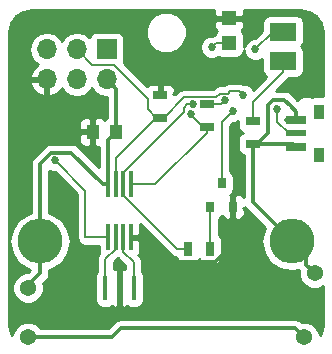
<source format=gtl>
G04 #@! TF.FileFunction,Copper,L1,Top,Signal*
%FSLAX46Y46*%
G04 Gerber Fmt 4.6, Leading zero omitted, Abs format (unit mm)*
G04 Created by KiCad (PCBNEW 4.0.7) date 08/05/18 15:32:24*
%MOMM*%
%LPD*%
G01*
G04 APERTURE LIST*
%ADD10C,0.100000*%
%ADD11R,1.300000X0.700000*%
%ADD12R,1.700000X1.700000*%
%ADD13O,1.700000X1.700000*%
%ADD14R,0.400000X2.100000*%
%ADD15O,3.810000X3.810000*%
%ADD16R,1.000000X1.250000*%
%ADD17R,1.198880X1.198880*%
%ADD18R,0.800000X0.900000*%
%ADD19R,0.700000X1.300000*%
%ADD20R,1.800000X0.650000*%
%ADD21R,1.800000X0.500000*%
%ADD22R,1.800000X0.660000*%
%ADD23R,0.900000X1.300000*%
%ADD24R,0.300000X2.200000*%
%ADD25R,2.209800X1.549400*%
%ADD26C,1.371600*%
%ADD27C,0.685800*%
%ADD28C,0.304800*%
%ADD29C,0.152400*%
%ADD30C,0.254000*%
G04 APERTURE END LIST*
D10*
D11*
X163449000Y-115250000D03*
X163449000Y-113350000D03*
D12*
X155003500Y-108712000D03*
D13*
X155003500Y-111252000D03*
X152463500Y-108712000D03*
X152463500Y-111252000D03*
X149923500Y-108712000D03*
X149923500Y-111252000D03*
D14*
X154883000Y-128905000D03*
X156083000Y-128905000D03*
X157283000Y-128905000D03*
D15*
X149352000Y-124968000D03*
X170688000Y-124968000D03*
D16*
X155813000Y-115697000D03*
X153813000Y-115697000D03*
D17*
X165354000Y-108173520D03*
X165354000Y-106075480D03*
D18*
X163769000Y-122031000D03*
X165669000Y-122031000D03*
X164719000Y-120031000D03*
D19*
X161864000Y-125603000D03*
X163764000Y-125603000D03*
D11*
X167386000Y-116710500D03*
X167386000Y-114810500D03*
X159512000Y-114488000D03*
X159512000Y-112588000D03*
D20*
X171058000Y-116999000D03*
D21*
X171058000Y-115824000D03*
D22*
X171058000Y-114649000D03*
D23*
X173008000Y-117674000D03*
X173008000Y-113974000D03*
D24*
X155108000Y-120114500D03*
X155108000Y-124614500D03*
X155758000Y-120114500D03*
X155758000Y-124614500D03*
X156408000Y-120114500D03*
X156408000Y-124614500D03*
X157058000Y-120114500D03*
X157058000Y-124614500D03*
D25*
X169926000Y-107226100D03*
X169926000Y-109689900D03*
D26*
X172593000Y-127635000D03*
X171704000Y-133096000D03*
X148336000Y-133096000D03*
X148336000Y-128905000D03*
D27*
X162303688Y-113342909D03*
X162119411Y-114160613D03*
X150622000Y-118110000D03*
X163893500Y-108521500D03*
X164973000Y-113030000D03*
X167576500Y-108712000D03*
X165671500Y-113919000D03*
X166560500Y-112585500D03*
X169418000Y-113792000D03*
D28*
X159766000Y-126746000D02*
X164169642Y-126746000D01*
X164169642Y-126746000D02*
X165669000Y-125246642D01*
X159577801Y-126557801D02*
X159766000Y-126746000D01*
X159456101Y-126557801D02*
X159577801Y-126557801D01*
X157058000Y-124614500D02*
X157512800Y-124614500D01*
X157512800Y-124614500D02*
X159456101Y-126557801D01*
X165669000Y-122785800D02*
X165669000Y-122031000D01*
X165669000Y-125246642D02*
X165669000Y-122785800D01*
X156083000Y-129938367D02*
X156083000Y-128905000D01*
X172593000Y-127635000D02*
X171907201Y-126949201D01*
X171907201Y-126949201D02*
X171907201Y-126187201D01*
X171907201Y-126187201D02*
X170688000Y-124968000D01*
X156210000Y-132334000D02*
X170942000Y-132334000D01*
X170942000Y-132334000D02*
X171704000Y-133096000D01*
X155448000Y-133096000D02*
X156210000Y-132334000D01*
X148336000Y-133096000D02*
X155448000Y-133096000D01*
X149352000Y-124968000D02*
X149352000Y-127662076D01*
X149352000Y-127662076D02*
X148336000Y-128678076D01*
X148336000Y-128678076D02*
X148336000Y-128905000D01*
X152000998Y-117462298D02*
X154653200Y-120114500D01*
X154653200Y-120114500D02*
X155108000Y-120114500D01*
X150311102Y-117462298D02*
X152000998Y-117462298D01*
X149352000Y-118421400D02*
X150311102Y-117462298D01*
X149352000Y-124968000D02*
X149352000Y-118421400D01*
X171058000Y-114014200D02*
X170581800Y-113538000D01*
X170581800Y-113538000D02*
X170035698Y-112991898D01*
X168617898Y-115778602D02*
X167686000Y-116710500D01*
X167686000Y-116710500D02*
X167386000Y-116710500D01*
X167386000Y-116710500D02*
X169354500Y-116710500D01*
X169354500Y-116710500D02*
X170769500Y-116710500D01*
X169033950Y-112991898D02*
X168617898Y-113407950D01*
X170035698Y-112991898D02*
X169033950Y-112991898D01*
X171058000Y-114649000D02*
X171058000Y-114014200D01*
X168617898Y-113407950D02*
X168617898Y-115778602D01*
X167386000Y-116710500D02*
X167386000Y-121666000D01*
X167386000Y-121666000D02*
X170688000Y-124968000D01*
X171058000Y-114649000D02*
X170211500Y-114649000D01*
X170769500Y-116710500D02*
X171058000Y-116999000D01*
X155813000Y-115697000D02*
X155813000Y-112061500D01*
X155813000Y-112061500D02*
X155003500Y-111252000D01*
X155108000Y-120114500D02*
X155108000Y-116402000D01*
X155108000Y-116402000D02*
X155813000Y-115697000D01*
D29*
X156408000Y-119164500D02*
X161531311Y-114041189D01*
X161531311Y-113630353D02*
X161818755Y-113342909D01*
X161531311Y-114041189D02*
X161531311Y-113630353D01*
X156408000Y-120114500D02*
X156408000Y-119164500D01*
X161818755Y-113342909D02*
X162303688Y-113342909D01*
X156408000Y-120114500D02*
X156408000Y-121064500D01*
X156408000Y-121064500D02*
X160946500Y-125603000D01*
X160946500Y-125603000D02*
X161361600Y-125603000D01*
X161361600Y-125603000D02*
X161864000Y-125603000D01*
X163149000Y-115250000D02*
X162119411Y-114220411D01*
X163449000Y-115250000D02*
X163149000Y-115250000D01*
X162119411Y-114220411D02*
X162119411Y-114160613D01*
X157058000Y-120114500D02*
X159086900Y-120114500D01*
X159086900Y-120114500D02*
X163449000Y-115752400D01*
X163449000Y-115752400D02*
X163449000Y-115250000D01*
X153190997Y-124614500D02*
X153190997Y-120678997D01*
X153190997Y-120678997D02*
X150622000Y-118110000D01*
X155108000Y-124614500D02*
X153190997Y-124614500D01*
X163893500Y-108521500D02*
X164241480Y-108173520D01*
X164241480Y-108173520D02*
X165354000Y-108173520D01*
X164653000Y-113350000D02*
X164973000Y-113030000D01*
X163449000Y-113350000D02*
X164653000Y-113350000D01*
X167576500Y-108712000D02*
X169062400Y-107226100D01*
X169062400Y-107226100D02*
X169926000Y-107226100D01*
X164719000Y-120031000D02*
X164719000Y-114871500D01*
X164719000Y-114871500D02*
X165671500Y-113919000D01*
X167386000Y-113156999D02*
X167386000Y-114810500D01*
X169926000Y-110617000D02*
X167386000Y-113156999D01*
X169926000Y-109689900D02*
X169926000Y-110617000D01*
X155758000Y-124614500D02*
X155758000Y-125564500D01*
X155758000Y-125564500D02*
X154883000Y-126439500D01*
X154883000Y-126439500D02*
X154883000Y-127702600D01*
X154883000Y-127702600D02*
X154883000Y-128905000D01*
X156408000Y-124614500D02*
X156408000Y-125866900D01*
X156408000Y-125866900D02*
X157283000Y-126741900D01*
X157283000Y-127702600D02*
X157283000Y-128905000D01*
X157283000Y-126741900D02*
X157283000Y-127702600D01*
X163769000Y-122031000D02*
X163769000Y-125598000D01*
X163769000Y-125598000D02*
X163764000Y-125603000D01*
X166560500Y-112585500D02*
X166217601Y-112242601D01*
X161528601Y-112771399D02*
X159812000Y-114488000D01*
X166217601Y-112242601D02*
X165463219Y-112242601D01*
X165463219Y-112242601D02*
X165247322Y-112458498D01*
X165247322Y-112458498D02*
X164571678Y-112458498D01*
X164571678Y-112458498D02*
X164258777Y-112771399D01*
X164258777Y-112771399D02*
X161528601Y-112771399D01*
X159812000Y-114488000D02*
X159512000Y-114488000D01*
X171058000Y-115824000D02*
X170408000Y-115824000D01*
X170408000Y-115824000D02*
X169418000Y-114834000D01*
X169418000Y-114834000D02*
X169418000Y-113792000D01*
X152463500Y-108712000D02*
X153772499Y-110020999D01*
X158480999Y-112907617D02*
X158480999Y-113756999D01*
X153772499Y-110020999D02*
X155594381Y-110020999D01*
X158480999Y-113756999D02*
X159212000Y-114488000D01*
X155594381Y-110020999D02*
X158480999Y-112907617D01*
X159212000Y-114488000D02*
X159512000Y-114488000D01*
X155758000Y-120114500D02*
X155758000Y-117942000D01*
X155758000Y-117942000D02*
X159212000Y-114488000D01*
D30*
G36*
X164119560Y-105789730D02*
X164278310Y-105948480D01*
X165227000Y-105948480D01*
X165227000Y-105928480D01*
X165481000Y-105928480D01*
X165481000Y-105948480D01*
X166429690Y-105948480D01*
X166588440Y-105789730D01*
X166588440Y-105358000D01*
X171380069Y-105358000D01*
X172144989Y-105510152D01*
X172734170Y-105903830D01*
X173127848Y-106493011D01*
X173280000Y-107257931D01*
X173280000Y-112676560D01*
X172558000Y-112676560D01*
X172397640Y-112706734D01*
X172174767Y-112614189D01*
X171743127Y-112613812D01*
X171344200Y-112778646D01*
X171139921Y-112982569D01*
X170592474Y-112435122D01*
X170337023Y-112264435D01*
X170035698Y-112204498D01*
X169344290Y-112204498D01*
X170428894Y-111119894D01*
X170434142Y-111112040D01*
X171030900Y-111112040D01*
X171266217Y-111067762D01*
X171482341Y-110928690D01*
X171627331Y-110716490D01*
X171678340Y-110464600D01*
X171678340Y-108915200D01*
X171634062Y-108679883D01*
X171494990Y-108463759D01*
X171486894Y-108458227D01*
X171627331Y-108252690D01*
X171678340Y-108000800D01*
X171678340Y-106451400D01*
X171634062Y-106216083D01*
X171494990Y-105999959D01*
X171282790Y-105854969D01*
X171030900Y-105803960D01*
X168821100Y-105803960D01*
X168585783Y-105848238D01*
X168369659Y-105987310D01*
X168224669Y-106199510D01*
X168173660Y-106451400D01*
X168173660Y-107109052D01*
X167548637Y-107734075D01*
X167382837Y-107733931D01*
X167023288Y-107882493D01*
X166747960Y-108157341D01*
X166600880Y-108511549D01*
X166600880Y-107574080D01*
X166556602Y-107338763D01*
X166417530Y-107122639D01*
X166409341Y-107117044D01*
X166491767Y-107034618D01*
X166588440Y-106801229D01*
X166588440Y-106361230D01*
X166429690Y-106202480D01*
X165481000Y-106202480D01*
X165481000Y-106222480D01*
X165227000Y-106222480D01*
X165227000Y-106202480D01*
X164278310Y-106202480D01*
X164119560Y-106361230D01*
X164119560Y-106801229D01*
X164216233Y-107034618D01*
X164298445Y-107116831D01*
X164158129Y-107322190D01*
X164125063Y-107485477D01*
X164014470Y-107507475D01*
X163969315Y-107516457D01*
X163928647Y-107543630D01*
X163699837Y-107543431D01*
X163340288Y-107691993D01*
X163064960Y-107966841D01*
X162915770Y-108326130D01*
X162915431Y-108715163D01*
X163063993Y-109074712D01*
X163338841Y-109350040D01*
X163698130Y-109499230D01*
X164087163Y-109499569D01*
X164446712Y-109351007D01*
X164458517Y-109339223D01*
X164502670Y-109369391D01*
X164754560Y-109420400D01*
X165953440Y-109420400D01*
X166188757Y-109376122D01*
X166404881Y-109237050D01*
X166549871Y-109024850D01*
X166598537Y-108784532D01*
X166598431Y-108905663D01*
X166746993Y-109265212D01*
X167021841Y-109540540D01*
X167381130Y-109689730D01*
X167770163Y-109690069D01*
X168129712Y-109541507D01*
X168173660Y-109497636D01*
X168173660Y-110464600D01*
X168217938Y-110699917D01*
X168357010Y-110916041D01*
X168513943Y-111023268D01*
X167423606Y-112113605D01*
X167390007Y-112032288D01*
X167115159Y-111756960D01*
X166755870Y-111607770D01*
X166522734Y-111607567D01*
X166489766Y-111585538D01*
X166217601Y-111531401D01*
X165463219Y-111531401D01*
X165191055Y-111585538D01*
X165114493Y-111636695D01*
X164960324Y-111739707D01*
X164952733Y-111747298D01*
X164571678Y-111747298D01*
X164299513Y-111801435D01*
X164068784Y-111955604D01*
X163964189Y-112060199D01*
X161528601Y-112060199D01*
X161256437Y-112114336D01*
X161256435Y-112114337D01*
X161256436Y-112114337D01*
X161025706Y-112268505D01*
X160797000Y-112497211D01*
X160797000Y-112460998D01*
X160638252Y-112460998D01*
X160797000Y-112302250D01*
X160797000Y-112111691D01*
X160700327Y-111878302D01*
X160521699Y-111699673D01*
X160288310Y-111603000D01*
X159797750Y-111603000D01*
X159639000Y-111761750D01*
X159639000Y-112461000D01*
X159659000Y-112461000D01*
X159659000Y-112715000D01*
X159639000Y-112715000D01*
X159639000Y-112735000D01*
X159385000Y-112735000D01*
X159385000Y-112715000D01*
X159365000Y-112715000D01*
X159365000Y-112461000D01*
X159385000Y-112461000D01*
X159385000Y-111761750D01*
X159226250Y-111603000D01*
X158735690Y-111603000D01*
X158502301Y-111699673D01*
X158390573Y-111811402D01*
X156426846Y-109847676D01*
X156449931Y-109813890D01*
X156500940Y-109562000D01*
X156500940Y-107862000D01*
X156456662Y-107626683D01*
X156436339Y-107595099D01*
X158284699Y-107595099D01*
X158548281Y-108233015D01*
X159035918Y-108721504D01*
X159673373Y-108986199D01*
X160363599Y-108986801D01*
X161001515Y-108723219D01*
X161490004Y-108235582D01*
X161754699Y-107598127D01*
X161755301Y-106907901D01*
X161491719Y-106269985D01*
X161004082Y-105781496D01*
X160366627Y-105516801D01*
X159676401Y-105516199D01*
X159038485Y-105779781D01*
X158549996Y-106267418D01*
X158285301Y-106904873D01*
X158284699Y-107595099D01*
X156436339Y-107595099D01*
X156317590Y-107410559D01*
X156105390Y-107265569D01*
X155853500Y-107214560D01*
X154153500Y-107214560D01*
X153918183Y-107258838D01*
X153702059Y-107397910D01*
X153557069Y-107610110D01*
X153543414Y-107677541D01*
X153513554Y-107632853D01*
X153031785Y-107310946D01*
X152463500Y-107197907D01*
X151895215Y-107310946D01*
X151413446Y-107632853D01*
X151193500Y-107962026D01*
X150973554Y-107632853D01*
X150491785Y-107310946D01*
X149923500Y-107197907D01*
X149355215Y-107310946D01*
X148873446Y-107632853D01*
X148551539Y-108114622D01*
X148438500Y-108682907D01*
X148438500Y-108741093D01*
X148551539Y-109309378D01*
X148873446Y-109791147D01*
X149156601Y-109980345D01*
X149156576Y-109980355D01*
X148728317Y-110370642D01*
X148482014Y-110895108D01*
X148602681Y-111125000D01*
X149796500Y-111125000D01*
X149796500Y-111105000D01*
X150050500Y-111105000D01*
X150050500Y-111125000D01*
X150070500Y-111125000D01*
X150070500Y-111379000D01*
X150050500Y-111379000D01*
X150050500Y-112572155D01*
X150280390Y-112693476D01*
X150690424Y-112523645D01*
X151118683Y-112133358D01*
X151185798Y-111990447D01*
X151413446Y-112331147D01*
X151895215Y-112653054D01*
X152463500Y-112766093D01*
X153031785Y-112653054D01*
X153513554Y-112331147D01*
X153733500Y-112001974D01*
X153953446Y-112331147D01*
X154435215Y-112653054D01*
X155003500Y-112766093D01*
X155025600Y-112761697D01*
X155025600Y-114502352D01*
X154861559Y-114607910D01*
X154815031Y-114676006D01*
X154672698Y-114533673D01*
X154439309Y-114437000D01*
X154098750Y-114437000D01*
X153940000Y-114595750D01*
X153940000Y-115570000D01*
X153960000Y-115570000D01*
X153960000Y-115824000D01*
X153940000Y-115824000D01*
X153940000Y-116798250D01*
X154098750Y-116957000D01*
X154320600Y-116957000D01*
X154320600Y-118668348D01*
X152557774Y-116905522D01*
X152302323Y-116734835D01*
X152000998Y-116674898D01*
X150311102Y-116674898D01*
X150009777Y-116734835D01*
X149754326Y-116905522D01*
X148795224Y-117864624D01*
X148624537Y-118120075D01*
X148564600Y-118421400D01*
X148564600Y-122574725D01*
X148330222Y-122621346D01*
X147506187Y-123171949D01*
X146955584Y-123995984D01*
X146762238Y-124968000D01*
X146955584Y-125940016D01*
X147506187Y-126764051D01*
X148330222Y-127314654D01*
X148543455Y-127357069D01*
X148316342Y-127584182D01*
X148074429Y-127583971D01*
X147588804Y-127784627D01*
X147216933Y-128155850D01*
X147015430Y-128641124D01*
X147014971Y-129166571D01*
X147215627Y-129652196D01*
X147586850Y-130024067D01*
X148072124Y-130225570D01*
X148597571Y-130226029D01*
X149083196Y-130025373D01*
X149455067Y-129654150D01*
X149656570Y-129168876D01*
X149657029Y-128643429D01*
X149606497Y-128521131D01*
X149908776Y-128218852D01*
X150079463Y-127963401D01*
X150139400Y-127662076D01*
X150139400Y-127361275D01*
X150373778Y-127314654D01*
X151197813Y-126764051D01*
X151748416Y-125940016D01*
X151941762Y-124968000D01*
X151748416Y-123995984D01*
X151197813Y-123171949D01*
X150373778Y-122621346D01*
X150139400Y-122574725D01*
X150139400Y-118968462D01*
X150426630Y-119087730D01*
X150594088Y-119087876D01*
X152479797Y-120973586D01*
X152479797Y-124614500D01*
X152533934Y-124886664D01*
X152688103Y-125117394D01*
X152918833Y-125271563D01*
X153190997Y-125325700D01*
X154310560Y-125325700D01*
X154310560Y-125714500D01*
X154354838Y-125949817D01*
X154362904Y-125962351D01*
X154225937Y-126167335D01*
X154215116Y-126221738D01*
X154171800Y-126439500D01*
X154171800Y-127478370D01*
X154086569Y-127603110D01*
X154035560Y-127855000D01*
X154035560Y-129955000D01*
X154079838Y-130190317D01*
X154218910Y-130406441D01*
X154431110Y-130551431D01*
X154683000Y-130602440D01*
X155083000Y-130602440D01*
X155318317Y-130558162D01*
X155482493Y-130452518D01*
X155523302Y-130493327D01*
X155756691Y-130590000D01*
X155824250Y-130590000D01*
X155983000Y-130431250D01*
X155983000Y-129032000D01*
X155936000Y-129032000D01*
X155936000Y-128778000D01*
X155983000Y-128778000D01*
X155983000Y-127378750D01*
X155824250Y-127220000D01*
X155756691Y-127220000D01*
X155594200Y-127287306D01*
X155594200Y-126734088D01*
X155931800Y-126396488D01*
X156571800Y-127036488D01*
X156571800Y-127287306D01*
X156409309Y-127220000D01*
X156341750Y-127220000D01*
X156183000Y-127378750D01*
X156183000Y-128778000D01*
X156230000Y-128778000D01*
X156230000Y-129032000D01*
X156183000Y-129032000D01*
X156183000Y-130431250D01*
X156341750Y-130590000D01*
X156409309Y-130590000D01*
X156642698Y-130493327D01*
X156684660Y-130451366D01*
X156831110Y-130551431D01*
X157083000Y-130602440D01*
X157483000Y-130602440D01*
X157718317Y-130558162D01*
X157934441Y-130419090D01*
X158079431Y-130206890D01*
X158130440Y-129955000D01*
X158130440Y-127855000D01*
X158086162Y-127619683D01*
X157994200Y-127476770D01*
X157994200Y-126741900D01*
X157961618Y-126578100D01*
X157940063Y-126469735D01*
X157785894Y-126239006D01*
X157683707Y-126136819D01*
X157746327Y-126074199D01*
X157843000Y-125840810D01*
X157843000Y-124900250D01*
X157684250Y-124741500D01*
X157205440Y-124741500D01*
X157205440Y-124487500D01*
X157684250Y-124487500D01*
X157843000Y-124328750D01*
X157843000Y-123505288D01*
X160443605Y-126105894D01*
X160674335Y-126260063D01*
X160719490Y-126269045D01*
X160875415Y-126300060D01*
X160910838Y-126488317D01*
X161049910Y-126704441D01*
X161262110Y-126849431D01*
X161514000Y-126900440D01*
X162214000Y-126900440D01*
X162449317Y-126856162D01*
X162665441Y-126717090D01*
X162810431Y-126504890D01*
X162813081Y-126491803D01*
X162949910Y-126704441D01*
X163162110Y-126849431D01*
X163414000Y-126900440D01*
X164114000Y-126900440D01*
X164349317Y-126856162D01*
X164565441Y-126717090D01*
X164710431Y-126504890D01*
X164761440Y-126253000D01*
X164761440Y-124953000D01*
X164717162Y-124717683D01*
X164578090Y-124501559D01*
X164480200Y-124434674D01*
X164480200Y-123035333D01*
X164620441Y-122945090D01*
X164715990Y-122805250D01*
X164730673Y-122840698D01*
X164909301Y-123019327D01*
X165142690Y-123116000D01*
X165383250Y-123116000D01*
X165542000Y-122957250D01*
X165542000Y-122158000D01*
X165522000Y-122158000D01*
X165522000Y-121904000D01*
X165542000Y-121904000D01*
X165542000Y-121104750D01*
X165455988Y-121018738D01*
X165570441Y-120945090D01*
X165715431Y-120732890D01*
X165766440Y-120481000D01*
X165766440Y-119581000D01*
X165722162Y-119345683D01*
X165583090Y-119129559D01*
X165430200Y-119025094D01*
X165430200Y-115166088D01*
X165699364Y-114896925D01*
X165865163Y-114897069D01*
X166088560Y-114804764D01*
X166088560Y-115160500D01*
X166132838Y-115395817D01*
X166271910Y-115611941D01*
X166484110Y-115756931D01*
X166497197Y-115759581D01*
X166284559Y-115896410D01*
X166139569Y-116108610D01*
X166088560Y-116360500D01*
X166088560Y-117060500D01*
X166132838Y-117295817D01*
X166271910Y-117511941D01*
X166484110Y-117656931D01*
X166598600Y-117680116D01*
X166598600Y-121212575D01*
X166428699Y-121042673D01*
X166195310Y-120946000D01*
X165954750Y-120946000D01*
X165796000Y-121104750D01*
X165796000Y-121904000D01*
X165816000Y-121904000D01*
X165816000Y-122158000D01*
X165796000Y-122158000D01*
X165796000Y-122957250D01*
X165954750Y-123116000D01*
X166195310Y-123116000D01*
X166428699Y-123019327D01*
X166607327Y-122840698D01*
X166704000Y-122607309D01*
X166704000Y-122316750D01*
X166545252Y-122158002D01*
X166704000Y-122158002D01*
X166704000Y-122035365D01*
X166829224Y-122222776D01*
X168416092Y-123809644D01*
X168291584Y-123995984D01*
X168098238Y-124968000D01*
X168291584Y-125940016D01*
X168842187Y-126764051D01*
X169666222Y-127314654D01*
X170638238Y-127508000D01*
X170737762Y-127508000D01*
X171272403Y-127401653D01*
X171271971Y-127896571D01*
X171472627Y-128382196D01*
X171843850Y-128754067D01*
X172329124Y-128955570D01*
X172854571Y-128956029D01*
X173280000Y-128780245D01*
X173280000Y-132010069D01*
X173127848Y-132774989D01*
X173024946Y-132928992D01*
X173025029Y-132834429D01*
X172824373Y-132348804D01*
X172453150Y-131976933D01*
X171967876Y-131775430D01*
X171495473Y-131775017D01*
X171243325Y-131606537D01*
X170942000Y-131546600D01*
X156210000Y-131546600D01*
X155908675Y-131606537D01*
X155653224Y-131777224D01*
X155121848Y-132308600D01*
X149416239Y-132308600D01*
X149085150Y-131976933D01*
X148599876Y-131775430D01*
X148074429Y-131774971D01*
X147588804Y-131975627D01*
X147216933Y-132346850D01*
X147015430Y-132832124D01*
X147015345Y-132929428D01*
X146912152Y-132774989D01*
X146760000Y-132010069D01*
X146760000Y-115982750D01*
X152678000Y-115982750D01*
X152678000Y-116448310D01*
X152774673Y-116681699D01*
X152953302Y-116860327D01*
X153186691Y-116957000D01*
X153527250Y-116957000D01*
X153686000Y-116798250D01*
X153686000Y-115824000D01*
X152836750Y-115824000D01*
X152678000Y-115982750D01*
X146760000Y-115982750D01*
X146760000Y-114945690D01*
X152678000Y-114945690D01*
X152678000Y-115411250D01*
X152836750Y-115570000D01*
X153686000Y-115570000D01*
X153686000Y-114595750D01*
X153527250Y-114437000D01*
X153186691Y-114437000D01*
X152953302Y-114533673D01*
X152774673Y-114712301D01*
X152678000Y-114945690D01*
X146760000Y-114945690D01*
X146760000Y-111608892D01*
X148482014Y-111608892D01*
X148728317Y-112133358D01*
X149156576Y-112523645D01*
X149566610Y-112693476D01*
X149796500Y-112572155D01*
X149796500Y-111379000D01*
X148602681Y-111379000D01*
X148482014Y-111608892D01*
X146760000Y-111608892D01*
X146760000Y-107257931D01*
X146912152Y-106493011D01*
X147305830Y-105903830D01*
X147895011Y-105510152D01*
X148659931Y-105358000D01*
X164119560Y-105358000D01*
X164119560Y-105789730D01*
X164119560Y-105789730D01*
G37*
X164119560Y-105789730D02*
X164278310Y-105948480D01*
X165227000Y-105948480D01*
X165227000Y-105928480D01*
X165481000Y-105928480D01*
X165481000Y-105948480D01*
X166429690Y-105948480D01*
X166588440Y-105789730D01*
X166588440Y-105358000D01*
X171380069Y-105358000D01*
X172144989Y-105510152D01*
X172734170Y-105903830D01*
X173127848Y-106493011D01*
X173280000Y-107257931D01*
X173280000Y-112676560D01*
X172558000Y-112676560D01*
X172397640Y-112706734D01*
X172174767Y-112614189D01*
X171743127Y-112613812D01*
X171344200Y-112778646D01*
X171139921Y-112982569D01*
X170592474Y-112435122D01*
X170337023Y-112264435D01*
X170035698Y-112204498D01*
X169344290Y-112204498D01*
X170428894Y-111119894D01*
X170434142Y-111112040D01*
X171030900Y-111112040D01*
X171266217Y-111067762D01*
X171482341Y-110928690D01*
X171627331Y-110716490D01*
X171678340Y-110464600D01*
X171678340Y-108915200D01*
X171634062Y-108679883D01*
X171494990Y-108463759D01*
X171486894Y-108458227D01*
X171627331Y-108252690D01*
X171678340Y-108000800D01*
X171678340Y-106451400D01*
X171634062Y-106216083D01*
X171494990Y-105999959D01*
X171282790Y-105854969D01*
X171030900Y-105803960D01*
X168821100Y-105803960D01*
X168585783Y-105848238D01*
X168369659Y-105987310D01*
X168224669Y-106199510D01*
X168173660Y-106451400D01*
X168173660Y-107109052D01*
X167548637Y-107734075D01*
X167382837Y-107733931D01*
X167023288Y-107882493D01*
X166747960Y-108157341D01*
X166600880Y-108511549D01*
X166600880Y-107574080D01*
X166556602Y-107338763D01*
X166417530Y-107122639D01*
X166409341Y-107117044D01*
X166491767Y-107034618D01*
X166588440Y-106801229D01*
X166588440Y-106361230D01*
X166429690Y-106202480D01*
X165481000Y-106202480D01*
X165481000Y-106222480D01*
X165227000Y-106222480D01*
X165227000Y-106202480D01*
X164278310Y-106202480D01*
X164119560Y-106361230D01*
X164119560Y-106801229D01*
X164216233Y-107034618D01*
X164298445Y-107116831D01*
X164158129Y-107322190D01*
X164125063Y-107485477D01*
X164014470Y-107507475D01*
X163969315Y-107516457D01*
X163928647Y-107543630D01*
X163699837Y-107543431D01*
X163340288Y-107691993D01*
X163064960Y-107966841D01*
X162915770Y-108326130D01*
X162915431Y-108715163D01*
X163063993Y-109074712D01*
X163338841Y-109350040D01*
X163698130Y-109499230D01*
X164087163Y-109499569D01*
X164446712Y-109351007D01*
X164458517Y-109339223D01*
X164502670Y-109369391D01*
X164754560Y-109420400D01*
X165953440Y-109420400D01*
X166188757Y-109376122D01*
X166404881Y-109237050D01*
X166549871Y-109024850D01*
X166598537Y-108784532D01*
X166598431Y-108905663D01*
X166746993Y-109265212D01*
X167021841Y-109540540D01*
X167381130Y-109689730D01*
X167770163Y-109690069D01*
X168129712Y-109541507D01*
X168173660Y-109497636D01*
X168173660Y-110464600D01*
X168217938Y-110699917D01*
X168357010Y-110916041D01*
X168513943Y-111023268D01*
X167423606Y-112113605D01*
X167390007Y-112032288D01*
X167115159Y-111756960D01*
X166755870Y-111607770D01*
X166522734Y-111607567D01*
X166489766Y-111585538D01*
X166217601Y-111531401D01*
X165463219Y-111531401D01*
X165191055Y-111585538D01*
X165114493Y-111636695D01*
X164960324Y-111739707D01*
X164952733Y-111747298D01*
X164571678Y-111747298D01*
X164299513Y-111801435D01*
X164068784Y-111955604D01*
X163964189Y-112060199D01*
X161528601Y-112060199D01*
X161256437Y-112114336D01*
X161256435Y-112114337D01*
X161256436Y-112114337D01*
X161025706Y-112268505D01*
X160797000Y-112497211D01*
X160797000Y-112460998D01*
X160638252Y-112460998D01*
X160797000Y-112302250D01*
X160797000Y-112111691D01*
X160700327Y-111878302D01*
X160521699Y-111699673D01*
X160288310Y-111603000D01*
X159797750Y-111603000D01*
X159639000Y-111761750D01*
X159639000Y-112461000D01*
X159659000Y-112461000D01*
X159659000Y-112715000D01*
X159639000Y-112715000D01*
X159639000Y-112735000D01*
X159385000Y-112735000D01*
X159385000Y-112715000D01*
X159365000Y-112715000D01*
X159365000Y-112461000D01*
X159385000Y-112461000D01*
X159385000Y-111761750D01*
X159226250Y-111603000D01*
X158735690Y-111603000D01*
X158502301Y-111699673D01*
X158390573Y-111811402D01*
X156426846Y-109847676D01*
X156449931Y-109813890D01*
X156500940Y-109562000D01*
X156500940Y-107862000D01*
X156456662Y-107626683D01*
X156436339Y-107595099D01*
X158284699Y-107595099D01*
X158548281Y-108233015D01*
X159035918Y-108721504D01*
X159673373Y-108986199D01*
X160363599Y-108986801D01*
X161001515Y-108723219D01*
X161490004Y-108235582D01*
X161754699Y-107598127D01*
X161755301Y-106907901D01*
X161491719Y-106269985D01*
X161004082Y-105781496D01*
X160366627Y-105516801D01*
X159676401Y-105516199D01*
X159038485Y-105779781D01*
X158549996Y-106267418D01*
X158285301Y-106904873D01*
X158284699Y-107595099D01*
X156436339Y-107595099D01*
X156317590Y-107410559D01*
X156105390Y-107265569D01*
X155853500Y-107214560D01*
X154153500Y-107214560D01*
X153918183Y-107258838D01*
X153702059Y-107397910D01*
X153557069Y-107610110D01*
X153543414Y-107677541D01*
X153513554Y-107632853D01*
X153031785Y-107310946D01*
X152463500Y-107197907D01*
X151895215Y-107310946D01*
X151413446Y-107632853D01*
X151193500Y-107962026D01*
X150973554Y-107632853D01*
X150491785Y-107310946D01*
X149923500Y-107197907D01*
X149355215Y-107310946D01*
X148873446Y-107632853D01*
X148551539Y-108114622D01*
X148438500Y-108682907D01*
X148438500Y-108741093D01*
X148551539Y-109309378D01*
X148873446Y-109791147D01*
X149156601Y-109980345D01*
X149156576Y-109980355D01*
X148728317Y-110370642D01*
X148482014Y-110895108D01*
X148602681Y-111125000D01*
X149796500Y-111125000D01*
X149796500Y-111105000D01*
X150050500Y-111105000D01*
X150050500Y-111125000D01*
X150070500Y-111125000D01*
X150070500Y-111379000D01*
X150050500Y-111379000D01*
X150050500Y-112572155D01*
X150280390Y-112693476D01*
X150690424Y-112523645D01*
X151118683Y-112133358D01*
X151185798Y-111990447D01*
X151413446Y-112331147D01*
X151895215Y-112653054D01*
X152463500Y-112766093D01*
X153031785Y-112653054D01*
X153513554Y-112331147D01*
X153733500Y-112001974D01*
X153953446Y-112331147D01*
X154435215Y-112653054D01*
X155003500Y-112766093D01*
X155025600Y-112761697D01*
X155025600Y-114502352D01*
X154861559Y-114607910D01*
X154815031Y-114676006D01*
X154672698Y-114533673D01*
X154439309Y-114437000D01*
X154098750Y-114437000D01*
X153940000Y-114595750D01*
X153940000Y-115570000D01*
X153960000Y-115570000D01*
X153960000Y-115824000D01*
X153940000Y-115824000D01*
X153940000Y-116798250D01*
X154098750Y-116957000D01*
X154320600Y-116957000D01*
X154320600Y-118668348D01*
X152557774Y-116905522D01*
X152302323Y-116734835D01*
X152000998Y-116674898D01*
X150311102Y-116674898D01*
X150009777Y-116734835D01*
X149754326Y-116905522D01*
X148795224Y-117864624D01*
X148624537Y-118120075D01*
X148564600Y-118421400D01*
X148564600Y-122574725D01*
X148330222Y-122621346D01*
X147506187Y-123171949D01*
X146955584Y-123995984D01*
X146762238Y-124968000D01*
X146955584Y-125940016D01*
X147506187Y-126764051D01*
X148330222Y-127314654D01*
X148543455Y-127357069D01*
X148316342Y-127584182D01*
X148074429Y-127583971D01*
X147588804Y-127784627D01*
X147216933Y-128155850D01*
X147015430Y-128641124D01*
X147014971Y-129166571D01*
X147215627Y-129652196D01*
X147586850Y-130024067D01*
X148072124Y-130225570D01*
X148597571Y-130226029D01*
X149083196Y-130025373D01*
X149455067Y-129654150D01*
X149656570Y-129168876D01*
X149657029Y-128643429D01*
X149606497Y-128521131D01*
X149908776Y-128218852D01*
X150079463Y-127963401D01*
X150139400Y-127662076D01*
X150139400Y-127361275D01*
X150373778Y-127314654D01*
X151197813Y-126764051D01*
X151748416Y-125940016D01*
X151941762Y-124968000D01*
X151748416Y-123995984D01*
X151197813Y-123171949D01*
X150373778Y-122621346D01*
X150139400Y-122574725D01*
X150139400Y-118968462D01*
X150426630Y-119087730D01*
X150594088Y-119087876D01*
X152479797Y-120973586D01*
X152479797Y-124614500D01*
X152533934Y-124886664D01*
X152688103Y-125117394D01*
X152918833Y-125271563D01*
X153190997Y-125325700D01*
X154310560Y-125325700D01*
X154310560Y-125714500D01*
X154354838Y-125949817D01*
X154362904Y-125962351D01*
X154225937Y-126167335D01*
X154215116Y-126221738D01*
X154171800Y-126439500D01*
X154171800Y-127478370D01*
X154086569Y-127603110D01*
X154035560Y-127855000D01*
X154035560Y-129955000D01*
X154079838Y-130190317D01*
X154218910Y-130406441D01*
X154431110Y-130551431D01*
X154683000Y-130602440D01*
X155083000Y-130602440D01*
X155318317Y-130558162D01*
X155482493Y-130452518D01*
X155523302Y-130493327D01*
X155756691Y-130590000D01*
X155824250Y-130590000D01*
X155983000Y-130431250D01*
X155983000Y-129032000D01*
X155936000Y-129032000D01*
X155936000Y-128778000D01*
X155983000Y-128778000D01*
X155983000Y-127378750D01*
X155824250Y-127220000D01*
X155756691Y-127220000D01*
X155594200Y-127287306D01*
X155594200Y-126734088D01*
X155931800Y-126396488D01*
X156571800Y-127036488D01*
X156571800Y-127287306D01*
X156409309Y-127220000D01*
X156341750Y-127220000D01*
X156183000Y-127378750D01*
X156183000Y-128778000D01*
X156230000Y-128778000D01*
X156230000Y-129032000D01*
X156183000Y-129032000D01*
X156183000Y-130431250D01*
X156341750Y-130590000D01*
X156409309Y-130590000D01*
X156642698Y-130493327D01*
X156684660Y-130451366D01*
X156831110Y-130551431D01*
X157083000Y-130602440D01*
X157483000Y-130602440D01*
X157718317Y-130558162D01*
X157934441Y-130419090D01*
X158079431Y-130206890D01*
X158130440Y-129955000D01*
X158130440Y-127855000D01*
X158086162Y-127619683D01*
X157994200Y-127476770D01*
X157994200Y-126741900D01*
X157961618Y-126578100D01*
X157940063Y-126469735D01*
X157785894Y-126239006D01*
X157683707Y-126136819D01*
X157746327Y-126074199D01*
X157843000Y-125840810D01*
X157843000Y-124900250D01*
X157684250Y-124741500D01*
X157205440Y-124741500D01*
X157205440Y-124487500D01*
X157684250Y-124487500D01*
X157843000Y-124328750D01*
X157843000Y-123505288D01*
X160443605Y-126105894D01*
X160674335Y-126260063D01*
X160719490Y-126269045D01*
X160875415Y-126300060D01*
X160910838Y-126488317D01*
X161049910Y-126704441D01*
X161262110Y-126849431D01*
X161514000Y-126900440D01*
X162214000Y-126900440D01*
X162449317Y-126856162D01*
X162665441Y-126717090D01*
X162810431Y-126504890D01*
X162813081Y-126491803D01*
X162949910Y-126704441D01*
X163162110Y-126849431D01*
X163414000Y-126900440D01*
X164114000Y-126900440D01*
X164349317Y-126856162D01*
X164565441Y-126717090D01*
X164710431Y-126504890D01*
X164761440Y-126253000D01*
X164761440Y-124953000D01*
X164717162Y-124717683D01*
X164578090Y-124501559D01*
X164480200Y-124434674D01*
X164480200Y-123035333D01*
X164620441Y-122945090D01*
X164715990Y-122805250D01*
X164730673Y-122840698D01*
X164909301Y-123019327D01*
X165142690Y-123116000D01*
X165383250Y-123116000D01*
X165542000Y-122957250D01*
X165542000Y-122158000D01*
X165522000Y-122158000D01*
X165522000Y-121904000D01*
X165542000Y-121904000D01*
X165542000Y-121104750D01*
X165455988Y-121018738D01*
X165570441Y-120945090D01*
X165715431Y-120732890D01*
X165766440Y-120481000D01*
X165766440Y-119581000D01*
X165722162Y-119345683D01*
X165583090Y-119129559D01*
X165430200Y-119025094D01*
X165430200Y-115166088D01*
X165699364Y-114896925D01*
X165865163Y-114897069D01*
X166088560Y-114804764D01*
X166088560Y-115160500D01*
X166132838Y-115395817D01*
X166271910Y-115611941D01*
X166484110Y-115756931D01*
X166497197Y-115759581D01*
X166284559Y-115896410D01*
X166139569Y-116108610D01*
X166088560Y-116360500D01*
X166088560Y-117060500D01*
X166132838Y-117295817D01*
X166271910Y-117511941D01*
X166484110Y-117656931D01*
X166598600Y-117680116D01*
X166598600Y-121212575D01*
X166428699Y-121042673D01*
X166195310Y-120946000D01*
X165954750Y-120946000D01*
X165796000Y-121104750D01*
X165796000Y-121904000D01*
X165816000Y-121904000D01*
X165816000Y-122158000D01*
X165796000Y-122158000D01*
X165796000Y-122957250D01*
X165954750Y-123116000D01*
X166195310Y-123116000D01*
X166428699Y-123019327D01*
X166607327Y-122840698D01*
X166704000Y-122607309D01*
X166704000Y-122316750D01*
X166545252Y-122158002D01*
X166704000Y-122158002D01*
X166704000Y-122035365D01*
X166829224Y-122222776D01*
X168416092Y-123809644D01*
X168291584Y-123995984D01*
X168098238Y-124968000D01*
X168291584Y-125940016D01*
X168842187Y-126764051D01*
X169666222Y-127314654D01*
X170638238Y-127508000D01*
X170737762Y-127508000D01*
X171272403Y-127401653D01*
X171271971Y-127896571D01*
X171472627Y-128382196D01*
X171843850Y-128754067D01*
X172329124Y-128955570D01*
X172854571Y-128956029D01*
X173280000Y-128780245D01*
X173280000Y-132010069D01*
X173127848Y-132774989D01*
X173024946Y-132928992D01*
X173025029Y-132834429D01*
X172824373Y-132348804D01*
X172453150Y-131976933D01*
X171967876Y-131775430D01*
X171495473Y-131775017D01*
X171243325Y-131606537D01*
X170942000Y-131546600D01*
X156210000Y-131546600D01*
X155908675Y-131606537D01*
X155653224Y-131777224D01*
X155121848Y-132308600D01*
X149416239Y-132308600D01*
X149085150Y-131976933D01*
X148599876Y-131775430D01*
X148074429Y-131774971D01*
X147588804Y-131975627D01*
X147216933Y-132346850D01*
X147015430Y-132832124D01*
X147015345Y-132929428D01*
X146912152Y-132774989D01*
X146760000Y-132010069D01*
X146760000Y-115982750D01*
X152678000Y-115982750D01*
X152678000Y-116448310D01*
X152774673Y-116681699D01*
X152953302Y-116860327D01*
X153186691Y-116957000D01*
X153527250Y-116957000D01*
X153686000Y-116798250D01*
X153686000Y-115824000D01*
X152836750Y-115824000D01*
X152678000Y-115982750D01*
X146760000Y-115982750D01*
X146760000Y-114945690D01*
X152678000Y-114945690D01*
X152678000Y-115411250D01*
X152836750Y-115570000D01*
X153686000Y-115570000D01*
X153686000Y-114595750D01*
X153527250Y-114437000D01*
X153186691Y-114437000D01*
X152953302Y-114533673D01*
X152774673Y-114712301D01*
X152678000Y-114945690D01*
X146760000Y-114945690D01*
X146760000Y-111608892D01*
X148482014Y-111608892D01*
X148728317Y-112133358D01*
X149156576Y-112523645D01*
X149566610Y-112693476D01*
X149796500Y-112572155D01*
X149796500Y-111379000D01*
X148602681Y-111379000D01*
X148482014Y-111608892D01*
X146760000Y-111608892D01*
X146760000Y-107257931D01*
X146912152Y-106493011D01*
X147305830Y-105903830D01*
X147895011Y-105510152D01*
X148659931Y-105358000D01*
X164119560Y-105358000D01*
X164119560Y-105789730D01*
M02*

</source>
